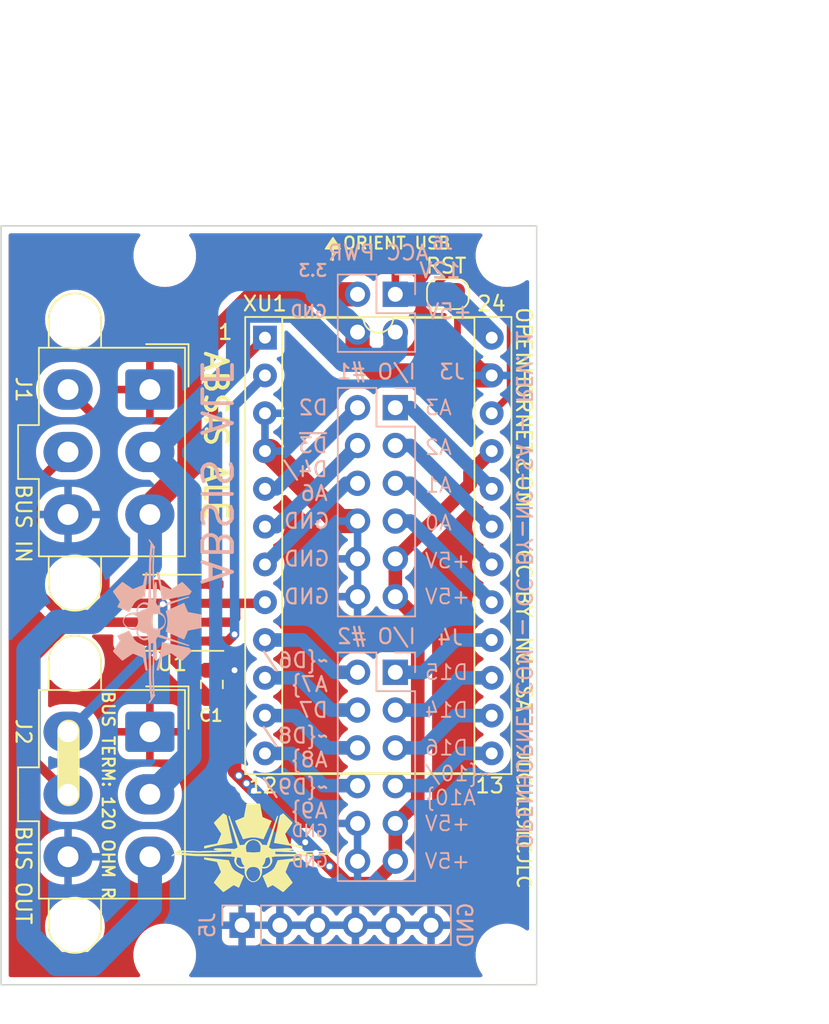
<source format=kicad_pcb>
(kicad_pcb (version 20211014) (generator pcbnew)
  (title_block (title "ABSIS NANO 2.0") (date "jeu. 02 avril 2015") (rev "1") (company "OPENHORNET") (comment 1 "CC BY-NC-SA"))
  (layers (0 "F.Cu" mixed) (31 "B.Cu" mixed) (34 "B.Paste" user) (35 "F.Paste" user) (36 "B.SilkS" user "B.Silkscreen") (37 "F.SilkS" user "F.Silkscreen") (38 "B.Mask" user) (39 "F.Mask" user) (44 "Edge.Cuts" user))
  (net 0 "")
  (net 1 "GND")
  (net 2 "+5V")
  (net 3 "/A3")
  (net 4 "/A2")
  (net 5 "/A1")
  (net 6 "/A0")
  (net 7 "/+12V_SUPPLY")
  (net 8 "/+5V_SUPPLY")
  (net 9 "/+3.3V_SUPPLY")
  (net 10 "/BUS-A")
  (net 11 "/BUS-B")
  (net 12 "/D4_A6")
  (net 13 "/~{SCL_D3}")
  (net 14 "/SDA_D2")
  (net 15 "/~{D9_A9}")
  (net 16 "/~{D10_A10}")
  (net 17 "/D8_A8")
  (net 18 "/D16_MOSI")
  (net 19 "/D7")
  (net 20 "/D14_MISO")
  (net 21 "/~{D6_A7}")
  (net 22 "/D15_SCK")
  (net 23 "/TX0_D1")
  (net 24 "/~{D5}")
  (net 25 "/RX1_D0")
  (net 26 "/RST")
  (footprint "MountingHole:MountingHole_3.2mm_M3_DIN965" (layer "F.Cu") (at 155.81 65.81)
    (fp_text reference "H2" hide)
    (fp_text value "MH")
    (pad "" np_thru_hole circle locked (at 0 0) (size 3.2 3.2) (drill 3.2) (layers *.Cu *.Mask))
  )
  (footprint "MountingHole:MountingHole_3.2mm_M3_DIN965" (layer "F.Cu") (at 132.81 112.81)
    (fp_text reference "H3" hide)
    (fp_text value "MH")
    (pad "" np_thru_hole circle locked (at 0 0) (size 3.2 3.2) (drill 3.2) (layers *.Cu *.Mask))
  )
  (footprint "MountingHole:MountingHole_3.2mm_M3_DIN965" (layer "F.Cu") (at 155.81 112.81)
    (fp_text reference "H4" hide)
    (fp_text value "MH")
    (pad "" np_thru_hole circle locked (at 0 0) (size 3.2 3.2) (drill 3.2) (layers *.Cu *.Mask))
  )
  (footprint "Capacitor_SMD:C_0805_2012Metric" (layer "F.Cu") (at 135.9789 94.6252 90)
    (fp_text reference "C1" (at -2.09 -0.065 180) (layer "F.SilkS") (effects (font (size 0.8 0.8))))
    (fp_text value "0.1uF")
    (pad "1" smd roundrect locked (at -0.95 0 90) (size 1 1.45) (layers "F.Cu" "F.Paste" "F.Mask") (net 2 "+5V"))
    (pad "2" smd roundrect locked (at 0.95 0 90) (size 1 1.45) (layers "F.Cu" "F.Paste" "F.Mask") (net 1 "GND"))
  )
  (footprint "Connector_Molex:Molex_Mini-Fit_Jr_5566-06A2_2x03_P4.20mm_Vertical" (layer "F.Cu") (at 131.81 74.81 -90)
    (fp_text reference "J1" (at 0 8.5 -90 unlocked) (layer "F.SilkS"))
    (fp_text value "BUS IN" (at 9 8.5 -90 unlocked) (layer "F.SilkS"))
    (pad "" np_thru_hole circle locked (at 13.1 5.04 270) (size 3 3) (drill 3) (layers *.Cu *.Mask))
    (pad "" np_thru_hole circle locked (at -4.7 5.04 270) (size 3 3) (drill 3) (layers *.Cu *.Mask))
    (pad "1" thru_hole roundrect locked (at 0 0 270) (size 2.7 3.3) (drill 1.4) (layers *.Cu *.Mask) (roundrect_rratio 0.09259296296) (net 7 "/+12V_SUPPLY"))
    (pad "2" thru_hole oval locked (at 4.2 0 270) (size 2.7 3.3) (drill 1.4) (layers *.Cu *.Mask) (net 8 "/+5V_SUPPLY"))
    (pad "3" thru_hole oval locked (at 8.4 0 270) (size 2.7 3.3) (drill 1.4) (layers *.Cu *.Mask) (net 9 "/+3.3V_SUPPLY"))
    (pad "4" thru_hole oval locked (at 0 5.5 270) (size 2.7 3.3) (drill 1.4) (layers *.Cu *.Mask) (net 10 "/BUS-A"))
    (pad "5" thru_hole oval locked (at 4.2 5.5 270) (size 2.7 3.3) (drill 1.4) (layers *.Cu *.Mask) (net 11 "/BUS-B"))
    (pad "6" thru_hole oval locked (at 8.4 5.5 270) (size 2.7 3.3) (drill 1.4) (layers *.Cu *.Mask) (net 1 "GND"))
  )
  (footprint "Connector_Molex:Molex_Mini-Fit_Jr_5566-06A2_2x03_P4.20mm_Vertical" (layer "F.Cu") (at 131.81 97.81 -90)
    (fp_text reference "J2" (at 0 8.5 -90 unlocked) (layer "F.SilkS"))
    (fp_text value "BUS OUT" (at 9.632 8.5 -90 unlocked) (layer "F.SilkS"))
    (pad "" np_thru_hole circle locked (at -4.7 5.04 270) (size 3 3) (drill 3) (layers *.Cu *.Mask))
    (pad "" np_thru_hole circle locked (at 13.1 5.04 270) (size 3 3) (drill 3) (layers *.Cu *.Mask))
    (pad "1" thru_hole roundrect locked (at 0 0 270) (size 2.7 3.3) (drill 1.4) (layers *.Cu *.Mask) (roundrect_rratio 0.09259296296) (net 7 "/+12V_SUPPLY"))
    (pad "2" thru_hole oval locked (at 4.2 0 270) (size 2.7 3.3) (drill 1.4) (layers *.Cu *.Mask) (net 8 "/+5V_SUPPLY"))
    (pad "3" thru_hole oval locked (at 8.4 0 270) (size 2.7 3.3) (drill 1.4) (layers *.Cu *.Mask) (net 9 "/+3.3V_SUPPLY"))
    (pad "4" thru_hole oval locked (at 0 5.5 270) (size 2.7 3.3) (drill 1.4) (layers *.Cu *.Mask) (net 10 "/BUS-A"))
    (pad "5" thru_hole oval locked (at 4.2 5.5 270) (size 2.7 3.3) (drill 1.4) (layers *.Cu *.Mask) (net 11 "/BUS-B"))
    (pad "6" thru_hole oval locked (at 8.4 5.5 270) (size 2.7 3.3) (drill 1.4) (layers *.Cu *.Mask) (net 1 "GND"))
  )
  (footprint "Package_SO:SOIC-8_3.9x4.9mm_P1.27mm" (layer "F.Cu") (at 133.31 89.81 180)
    (fp_text reference "U1" (at 0 -3.4) (layer "F.SilkS"))
    (fp_text value "MAX487EESA+T")
    (pad "1" smd roundrect locked (at -2.475 -1.905 180) (size 1.95 0.6) (layers "F.Cu" "F.Paste" "F.Mask") (net 25 "/RX1_D0"))
    (pad "2" smd roundrect locked (at -2.475 -0.635 180) (size 1.95 0.6) (layers "F.Cu" "F.Paste" "F.Mask") (net 24 "/~{D5}"))
    (pad "3" smd roundrect locked (at -2.475 0.635 180) (size 1.95 0.6) (layers "F.Cu" "F.Paste" "F.Mask") (net 24 "/~{D5}"))
    (pad "4" smd roundrect locked (at -2.475 1.905 180) (size 1.95 0.6) (layers "F.Cu" "F.Paste" "F.Mask") (net 23 "/TX0_D1"))
    (pad "5" smd roundrect locked (at 2.475 1.905 180) (size 1.95 0.6) (layers "F.Cu" "F.Paste" "F.Mask") (net 1 "GND"))
    (pad "6" smd roundrect locked (at 2.475 0.635 180) (size 1.95 0.6) (layers "F.Cu" "F.Paste" "F.Mask") (net 10 "/BUS-A"))
    (pad "7" smd roundrect locked (at 2.475 -0.635 180) (size 1.95 0.6) (layers "F.Cu" "F.Paste" "F.Mask") (net 11 "/BUS-B"))
    (pad "8" smd roundrect locked (at 2.475 -1.905 180) (size 1.95 0.6) (layers "F.Cu" "F.Paste" "F.Mask") (net 2 "+5V"))
  )
  (footprint "MountingHole:MountingHole_3.2mm_M3_DIN965" (layer "F.Cu") (at 132.81 65.81)
    (fp_text reference "H1" hide)
    (fp_text value "MH")
    (pad "" np_thru_hole circle locked (at 0 0) (size 3.2 3.2) (drill 3.2) (layers *.Cu *.Mask))
  )
  (footprint "Package_DIP:DIP-24_W15.24mm_Socket" (layer "F.Cu") (at 139.5476 71.3232)
    (fp_text reference "XU1" (at -0.0127 -2.286) (layer "F.SilkS"))
    (fp_text value "ProMicro_5V/16Hz")
    (pad "1" thru_hole rect locked (at 0 0) (size 1.6 1.6) (drill 0.8) (layers *.Cu *.Mask) (net 23 "/TX0_D1"))
    (pad "2" thru_hole oval locked (at 0 2.54) (size 1.6 1.6) (drill 0.8) (layers *.Cu *.Mask) (net 25 "/RX1_D0"))
    (pad "3" thru_hole oval locked (at 0 5.08) (size 1.6 1.6) (drill 0.8) (layers *.Cu *.Mask) (net 1 "GND"))
    (pad "4" thru_hole oval locked (at 0 7.62) (size 1.6 1.6) (drill 0.8) (layers *.Cu *.Mask) (net 1 "GND"))
    (pad "5" thru_hole oval locked (at 0 10.16) (size 1.6 1.6) (drill 0.8) (layers *.Cu *.Mask) (net 14 "/SDA_D2"))
    (pad "6" thru_hole oval locked (at 0 12.7) (size 1.6 1.6) (drill 0.8) (layers *.Cu *.Mask) (net 13 "/~{SCL_D3}"))
    (pad "7" thru_hole oval locked (at 0 15.24) (size 1.6 1.6) (drill 0.8) (layers *.Cu *.Mask) (net 12 "/D4_A6"))
    (pad "8" thru_hole oval locked (at 0 17.78) (size 1.6 1.6) (drill 0.8) (layers *.Cu *.Mask) (net 24 "/~{D5}"))
    (pad "9" thru_hole oval locked (at 0 20.32) (size 1.6 1.6) (drill 0.8) (layers *.Cu *.Mask) (net 21 "/~{D6_A7}"))
    (pad "10" thru_hole oval locked (at 0 22.86) (size 1.6 1.6) (drill 0.8) (layers *.Cu *.Mask) (net 19 "/D7"))
    (pad "11" thru_hole oval locked (at 0 25.4) (size 1.6 1.6) (drill 0.8) (layers *.Cu *.Mask) (net 17 "/D8_A8"))
    (pad "12" thru_hole oval locked (at 0 27.94) (size 1.6 1.6) (drill 0.8) (layers *.Cu *.Mask) (net 15 "/~{D9_A9}"))
    (pad "13" thru_hole oval locked (at 15.24 27.94) (size 1.6 1.6) (drill 0.8) (layers *.Cu *.Mask) (net 16 "/~{D10_A10}"))
    (pad "14" thru_hole oval locked (at 15.24 25.4) (size 1.6 1.6) (drill 0.8) (layers *.Cu *.Mask) (net 18 "/D16_MOSI"))
    (pad "15" thru_hole oval locked (at 15.24 22.86) (size 1.6 1.6) (drill 0.8) (layers *.Cu *.Mask) (net 20 "/D14_MISO"))
    (pad "16" thru_hole oval locked (at 15.24 20.32) (size 1.6 1.6) (drill 0.8) (layers *.Cu *.Mask) (net 22 "/D15_SCK"))
    (pad "17" thru_hole oval locked (at 15.24 17.78) (size 1.6 1.6) (drill 0.8) (layers *.Cu *.Mask) (net 6 "/A0"))
    (pad "18" thru_hole oval locked (at 15.24 15.24) (size 1.6 1.6) (drill 0.8) (layers *.Cu *.Mask) (net 5 "/A1"))
    (pad "19" thru_hole oval locked (at 15.24 12.7) (size 1.6 1.6) (drill 0.8) (layers *.Cu *.Mask) (net 4 "/A2"))
    (pad "20" thru_hole oval locked (at 15.24 10.16) (size 1.6 1.6) (drill 0.8) (layers *.Cu *.Mask) (net 3 "/A3"))
    (pad "21" thru_hole oval locked (at 15.24 7.62) (size 1.6 1.6) (drill 0.8) (layers *.Cu *.Mask) (net 2 "+5V"))
    (pad "22" thru_hole oval locked (at 15.24 5.08) (size 1.6 1.6) (drill 0.8) (layers *.Cu *.Mask) (net 26 "/RST"))
    (pad "23" thru_hole oval locked (at 15.24 2.54) (size 1.6 1.6) (drill 0.8) (layers *.Cu *.Mask) (net 1 "GND"))
    (pad "24" thru_hole oval locked (at 15.24 0) (size 1.6 1.6) (drill 0.8) (layers *.Cu *.Mask) (net 7 "/+12V_SUPPLY"))
  )
  (footprint "KiCAD Libraries:OH_LOGO_ONLY_11x6mm" (layer "F.Cu") (at 138.7729 105.7402)
    (fp_text reference "LOGO2" hide)
    (fp_text value "OpenHornetLogoSmall" hide)
  )
  (footprint "Jumper:SolderJumper-2_P1.3mm_Open_RoundedPad1.0x1.5mm" (layer "F.Cu") (at 151.8389 68.4022 180)
    (fp_text reference "RST1" hide)
    (fp_text value "RST" (at 0.112 1.905) (layer "F.SilkS"))
    (pad "1" smd custom locked (at -0.65 0 180) (size 1 0.5) (layers "F.Cu" "F.Mask") (net 1 "GND") (options (clearance outline) (anchor rect)) (primitives (gr_circle (center 0 0.25) (end 0.5 0.25) (width 0) (fill yes)) (gr_circle (center 0 -0.25) (end 0.5 -0.25) (width 0) (fill yes)) (gr_poly (pts (xy 0 -0.75) (xy 0.5 -0.75) (xy 0.5 0.75) (xy 0 0.75)) (width 0) (fill yes))))
    (pad "2" smd custom locked (at 0.65 0 180) (size 1 0.5) (layers "F.Cu" "F.Mask") (net 26 "/RST") (options (clearance outline) (anchor rect)) (primitives (gr_circle (center 0 0.25) (end 0.5 0.25) (width 0) (fill yes)) (gr_circle (center 0 -0.25) (end 0.5 -0.25) (width 0) (fill yes)) (gr_poly (pts (xy 0 -0.75) (xy -0.5 -0.75) (xy -0.5 0.75) (xy 0 0.75)) (width 0) (fill yes))))
  )
  (footprint "Connector_PinHeader_2.54mm:PinHeader_2x06_P2.54mm_Vertical" (layer "B.Cu") (at 148.31 76.03 180)
    (fp_text reference "J3" (at -3.81 2.413 180) (layer "B.SilkS") (effects (justify mirror)))
    (fp_text value "I/O #1" (at 1.27 2.413) (layer "B.SilkS") (effects (justify mirror)))
    (pad "1" thru_hole rect locked (at 0 0 180) (size 1.7 1.7) (drill 1) (layers *.Cu *.Mask) (net 3 "/A3"))
    (pad "2" thru_hole oval locked (at 2.54 0 180) (size 1.7 1.7) (drill 1) (layers *.Cu *.Mask) (net 14 "/SDA_D2"))
    (pad "3" thru_hole oval locked (at 0 -2.54 180) (size 1.7 1.7) (drill 1) (layers *.Cu *.Mask) (net 4 "/A2"))
    (pad "4" thru_hole oval locked (at 2.54 -2.54 180) (size 1.7 1.7) (drill 1) (layers *.Cu *.Mask) (net 13 "/~{SCL_D3}"))
    (pad "5" thru_hole oval locked (at 0 -5.08 180) (size 1.7 1.7) (drill 1) (layers *.Cu *.Mask) (net 5 "/A1"))
    (pad "6" thru_hole oval locked (at 2.54 -5.08 180) (size 1.7 1.7) (drill 1) (layers *.Cu *.Mask) (net 12 "/D4_A6"))
    (pad "7" thru_hole oval locked (at 0 -7.62 180) (size 1.7 1.7) (drill 1) (layers *.Cu *.Mask) (net 6 "/A0"))
    (pad "8" thru_hole oval locked (at 2.54 -7.62 180) (size 1.7 1.7) (drill 1) (layers *.Cu *.Mask) (net 1 "GND"))
    (pad "9" thru_hole oval locked (at 0 -10.16 180) (size 1.7 1.7) (drill 1) (layers *.Cu *.Mask) (net 2 "+5V"))
    (pad "10" thru_hole oval locked (at 2.54 -10.16 180) (size 1.7 1.7) (drill 1) (layers *.Cu *.Mask) (net 1 "GND"))
    (pad "11" thru_hole oval locked (at 0 -12.7 180) (size 1.7 1.7) (drill 1) (layers *.Cu *.Mask) (net 2 "+5V"))
    (pad "12" thru_hole oval locked (at 2.54 -12.7 180) (size 1.7 1.7) (drill 1) (layers *.Cu *.Mask) (net 1 "GND"))
  )
  (footprint "Connector_PinHeader_2.54mm:PinHeader_1x06_P2.54mm_Vertical" (layer "B.Cu") (at 138.01 110.81 -90)
    (fp_text reference "J5" (at 0 2.33 90) (layer "B.SilkS") (effects (justify mirror)))
    (fp_text value "GND" (at 0 -15.03 90) (layer "B.SilkS") (effects (justify mirror)))
    (pad "1" thru_hole rect locked (at 0 0 270) (size 1.7 1.7) (drill 1) (layers *.Cu *.Mask) (net 1 "GND"))
    (pad "2" thru_hole oval locked (at 0 -2.54 270) (size 1.7 1.7) (drill 1) (layers *.Cu *.Mask) (net 1 "GND"))
    (pad "3" thru_hole oval locked (at 0 -5.08 270) (size 1.7 1.7) (drill 1) (layers *.Cu *.Mask) (net 1 "GND"))
    (pad "4" thru_hole oval locked (at 0 -7.62 270) (size 1.7 1.7) (drill 1) (layers *.Cu *.Mask) (net 1 "GND"))
    (pad "5" thru_hole oval locked (at 0 -10.16 270) (size 1.7 1.7) (drill 1) (layers *.Cu *.Mask) (net 1 "GND"))
    (pad "6" thru_hole oval locked (at 0 -12.7 270) (size 1.7 1.7) (drill 1) (layers *.Cu *.Mask) (net 1 "GND"))
  )
  (footprint "Connector_PinHeader_2.54mm:PinHeader_2x02_P2.54mm_Vertical" (layer "B.Cu") (at 148.31 68.41 180)
    (fp_text reference "J6" (at -3.175 3.429) (layer "B.SilkS") (effects (font (size 0.8 0.8)) (justify mirror)))
    (fp_text value "ACC PWR" (at 1.143 2.794) (layer "B.SilkS") (effects (justify mirror)))
    (pad "1" thru_hole rect locked (at 0 0 180) (size 1.7 1.7) (drill 1) (layers *.Cu *.Mask) (net 7 "/+12V_SUPPLY"))
    (pad "2" thru_hole oval locked (at 2.54 0 180) (size 1.7 1.7) (drill 1) (layers *.Cu *.Mask) (net 9 "/+3.3V_SUPPLY"))
    (pad "3" thru_hole oval locked (at 0 -2.54 180) (size 1.7 1.7) (drill 1) (layers *.Cu *.Mask) (net 8 "/+5V_SUPPLY"))
    (pad "4" thru_hole oval locked (at 2.54 -2.54 180) (size 1.7 1.7) (drill 1) (layers *.Cu *.Mask) (net 1 "GND"))
  )
  (footprint "KiCAD Libraries:OH_LOGO_ONLY_11x6mm" (layer "B.Cu") (at 132.1689 90.3732 90)
    (fp_text reference "LOGO1" hide)
    (fp_text value "OpenHornetLogoSmall" hide)
  )
  (footprint "Connector_PinHeader_2.54mm:PinHeader_2x06_P2.54mm_Vertical" (layer "B.Cu") (at 148.31 93.81 180)
    (fp_text reference "J4" (at -3.683 2.33) (layer "B.SilkS") (effects (justify mirror)))
    (fp_text value "I/O #2" (at 1.27 2.413) (layer "B.SilkS") (effects (justify mirror)))
    (pad "1" thru_hole rect locked (at 0 0 180) (size 1.7 1.7) (drill 1) (layers *.Cu *.Mask) (net 22 "/D15_SCK"))
    (pad "2" thru_hole oval locked (at 2.54 0 180) (size 1.7 1.7) (drill 1) (layers *.Cu *.Mask) (net 21 "/~{D6_A7}"))
    (pad "3" thru_hole oval locked (at 0 -2.54 180) (size 1.7 1.7) (drill 1) (layers *.Cu *.Mask) (net 20 "/D14_MISO"))
    (pad "4" thru_hole oval locked (at 2.54 -2.54 180) (size 1.7 1.7) (drill 1) (layers *.Cu *.Mask) (net 19 "/D7"))
    (pad "5" thru_hole oval locked (at 0 -5.08 180) (size 1.7 1.7) (drill 1) (layers *.Cu *.Mask) (net 18 "/D16_MOSI"))
    (pad "6" thru_hole oval locked (at 2.54 -5.08 180) (size 1.7 1.7) (drill 1) (layers *.Cu *.Mask) (net 17 "/D8_A8"))
    (pad "7" thru_hole oval locked (at 0 -7.62 180) (size 1.7 1.7) (drill 1) (layers *.Cu *.Mask) (net 16 "/~{D10_A10}"))
    (pad "8" thru_hole oval locked (at 2.54 -7.62 180) (size 1.7 1.7) (drill 1) (layers *.Cu *.Mask) (net 15 "/~{D9_A9}"))
    (pad "9" thru_hole oval locked (at 0 -10.16 180) (size 1.7 1.7) (drill 1) (layers *.Cu *.Mask) (net 2 "+5V"))
    (pad "10" thru_hole oval locked (at 2.54 -10.16 180) (size 1.7 1.7) (drill 1) (layers *.Cu *.Mask) (net 1 "GND"))
    (pad "11" thru_hole oval locked (at 0 -12.7 180) (size 1.7 1.7) (drill 1) (layers *.Cu *.Mask) (net 2 "+5V"))
    (pad "12" thru_hole oval locked (at 2.54 -12.7 180) (size 1.7 1.7) (drill 1) (layers *.Cu *.Mask) (net 1 "GND"))
  )
  (gr_poly (pts (xy 144.1149 64.6042) (xy 144.6149 65.3542) (xy 143.6149 65.3542)) (layer "F.SilkS") (width 0.1) (fill solid))
  (gr_line (start 144.1069 66.1002) (end 144.1069 65.1002) (layer "F.SilkS") (width 0.15))
  (gr_line (start 126.339 97.747) (end 126.339 102.065) (layer "F.SilkS") (width 1.5))
  (gr_line (start 157.81 114.81) (end 157.81 63.81) (layer "Edge.Cuts") (width 0.1))
  (gr_line (start 121.81 63.81) (end 121.81 114.81) (layer "Edge.Cuts") (width 0.1))
  (gr_line (start 121.81 114.81) (end 157.81 114.81) (layer "Edge.Cuts") (width 0.1))
  (gr_line (start 157.81 63.81) (end 121.81 63.81) (layer "Edge.Cuts") (width 0.1))
  (gr_text "A3" (at 150.215 76.0222) (layer "B.SilkS") (effects (font (size 1 1) (thickness 0.125)) (justify right mirror)))
  (gr_text "A2" (at 150.215 78.6892) (layer "B.SilkS") (effects (font (size 1 1) (thickness 0.125)) (justify right mirror)))
  (gr_text "A1" (at 150.215 81.2292) (layer "B.SilkS") (effects (font (size 1 1) (thickness 0.125)) (justify right mirror)))
  (gr_text "A0" (at 150.215 83.7692) (layer "B.SilkS") (effects (font (size 1 1) (thickness 0.125)) (justify right mirror)))
  (gr_text "D2" (at 143.865 76.0222) (layer "B.SilkS") (effects (font (size 1 1)) (justify left mirror)))
  (gr_text "~{D3}" (at 143.8529 78.5622) (layer "B.SilkS") (effects (font (size 1 1)) (justify left mirror)))
  (gr_text "D4/\nA6" (at 143.8529 80.9752) (layer "B.SilkS") (effects (font (size 1 1)) (justify left mirror)))
  (gr_text "GND" (at 143.9799 83.6422) (layer "B.SilkS") (effects (font (size 1 1)) (justify left mirror)))
  (gr_text "GND" (at 143.81 69.56) (layer "B.SilkS") (effects (font (size 0.8 0.8)) (justify left mirror)))
  (gr_text "3.3" (at 143.81 66.81) (layer "B.SilkS") (effects (font (size 0.8 0.8)) (justify left mirror)))
  (gr_text "ABSIS ALE" (at 136.245 80.348 -90) (layer "B.SilkS") (effects (font (size 2 2) (thickness 0.25)) (justify mirror)))
  (gr_text "+5V" (at 150.31 69.56) (layer "B.SilkS") (effects (font (size 1 1)) (justify right mirror)))
  (gr_text "D16" (at 150.215 98.89) (layer "B.SilkS") (effects (font (size 1 1) (thickness 0.125)) (justify right mirror)))
  (gr_text "D14" (at 150.215 96.35) (layer "B.SilkS") (effects (font (size 1 1) (thickness 0.125)) (justify right mirror)))
  (gr_text "~{10/\nA10}" (at 150.215 101.43) (layer "B.SilkS") (effects (font (size 1 1) (thickness 0.125)) (justify right mirror)))
  (gr_text "D15" (at 150.215 93.81) (layer "B.SilkS") (effects (font (size 1 1) (thickness 0.125)) (justify right mirror)))
  (gr_text "GND" (at 143.865 106.51) (layer "B.SilkS") (effects (font (size 0.8 0.8) (thickness 0.125)) (justify left mirror)))
  (gr_text "~{D8/\nA8}" (at 143.8529 98.8822) (layer "B.SilkS") (effects (font (size 1 1)) (justify left mirror)))
  (gr_text "~{D6/\nA7}" (at 143.865 93.81) (layer "B.SilkS") (effects (font (size 1 1)) (justify left mirror)))
  (gr_text "D7" (at 143.865 96.35) (layer "B.SilkS") (effects (font (size 1 1)) (justify left mirror)))
  (gr_text "~{D9/\nA9}" (at 143.8529 102.3112) (layer "B.SilkS") (effects (font (size 1 1)) (justify left mirror)))
  (gr_text "+5V" (at 150.215 103.97) (layer "B.SilkS") (effects (font (size 1 1) (thickness 0.125)) (justify right mirror)))
  (gr_text "GND" (at 143.9799 86.1822) (layer "B.SilkS") (effects (font (size 1 1)) (justify left mirror)))
  (gr_text "GND" (at 143.9799 88.7222) (layer "B.SilkS") (effects (font (size 1 1)) (justify left mirror)))
  (gr_text "+5V" (at 150.215 88.7222) (layer "B.SilkS") (effects (font (size 1 1) (thickness 0.125)) (justify right mirror)))
  (gr_text "+5V" (at 150.2029 106.5022) (layer "B.SilkS") (effects (font (size 1 1) (thickness 0.125)) (justify right mirror)))
  (gr_text "GND" (at 143.8529 104.4702) (layer "B.SilkS") (effects (font (size 0.8 0.8) (thickness 0.125)) (justify left mirror)))
  (gr_text "+5V" (at 150.215 86.3092) (layer "B.SilkS") (effects (font (size 1 1) (thickness 0.125)) (justify right mirror)))
  (gr_text "12V" (at 151.31 66.81) (layer "B.SilkS") (effects (font (size 1 1)) (justify mirror)))
  (gr_text "OPENHORNET.COM - CC BY-NC-SA - REV: 1" (at 156.946 88.222 -90) (layer "B.SilkS") (effects (font (size 1 1)) (justify mirror)))
  (gr_text "OPENHORNET.COM - CC BY-NC-SA" (at 156.946 82.888 270) (layer "F.SilkS") (effects (font (size 1 1))))
  (gr_text "12" (at 139.42 101.43) (layer "F.SilkS") (effects (font (size 1 1))))
  (gr_text "13" (at 154.66 101.43) (layer "F.SilkS") (effects (font (size 1 1))))
  (gr_text "BUS TERM: 120 OHM R" (at 129.006 102.065 -90) (layer "F.SilkS") (effects (font (size 0.8 0.8))))
  (gr_text "24" (at 154.7749 69.0372) (layer "F.SilkS") (effects (font (size 1 1))))
  (gr_text "ORIENT USB" (at 152.1079 64.9732) (layer "F.SilkS") (effects (font (size 0.8 0.8)) (justify right)))
  (gr_text "JLCJLCJLCJLC" (at 156.946 103.716 270) (layer "F.SilkS") (effects (font (size 0.9 0.9))))
  (gr_text "1" (at 136.88 70.95) (layer "F.SilkS") (effects (font (size 1 1))))
  (gr_text "ABSIS ALE" (at 136.245 77.935 -90) (layer "F.SilkS") (effects (font (size 1.5 1.5) (thickness 0.25))))
  (segment (start 132.532582 87.905) (end 130.835 87.905) (width 0.635) (layer "F.Cu") (net 1))
  (segment (start 147.481119 73.8632) (end 154.7876 73.8632) (width 1.6256) (layer "F.Cu") (net 1))
  (segment (start 137.72831 110.52831) (end 138.01 110.81) (width 0.9144) (layer "F.Cu") (net 1))
  (segment (start 133.511909 91.927327) (end 133.511909 88.884327) (width 0.635) (layer "F.Cu") (net 1))
  (segment (start 135.9789 93.6752) (end 137.5029 93.6752) (width 0.4572) (layer "F.Cu") (net 1))
  (segment (start 145.77 83.65) (end 144.567919 83.65) (width 1.6256) (layer "F.Cu") (net 1))
  (segment (start 135.259782 93.6752) (end 133.511909 91.927327) (width 0.635) (layer "F.Cu") (net 1))
  (segment (start 145.77 72.152081) (end 147.481119 73.8632) (width 1.6256) (layer "F.Cu") (net 1))
  (segment (start 135.9789 93.6752) (end 135.259782 93.6752) (width 0.635) (layer "F.Cu") (net 1))
  (segment (start 152.4889 71.5645) (end 154.7876 73.8632) (width 0.4572) (layer "F.Cu") (net 1))
  (segment (start 145.77 70.95) (end 145.77 72.152081) (width 1.6256) (layer "F.Cu") (net 1))
  (segment (start 144.567919 83.65) (end 139.861119 78.9432) (width 1.6256) (layer "F.Cu") (net 1))
  (segment (start 139.861119 78.9432) (end 139.5476 78.9432) (width 1.6256) (layer "F.Cu") (net 1))
  (segment (start 133.511909 88.884327) (end 132.532582 87.905) (width 0.635) (layer "F.Cu") (net 1))
  (segment (start 152.4889 68.4022) (end 152.4889 71.5645) (width 0.4572) (layer "F.Cu") (net 1))
  (via (at 137.5029 93.6752) (size 0.6) (drill 0.4) (layers "F.Cu" "B.Cu") (net 1))
  (segment (start 144.920001 70.100001) (end 144.814101 70.100001) (width 1.6256) (layer "B.Cu") (net 1))
  (segment (start 145.77 70.95) (end 144.920001 70.100001) (width 1.6256) (layer "B.Cu") (net 1))
  (segment (start 144.814101 70.100001) (end 143.0655 68.3514) (width 1.6256) (layer "B.Cu") (net 1))
  (segment (start 143.0655 68.3514) (end 143.0655 67.3354) (width 1.6256) (layer "B.Cu") (net 1))
  (segment (start 138.802721 101.773379) (end 138.307421 101.278079) (width 0.9144) (layer "F.Cu") (net 2))
  (segment (start 138.307421 101.278079) (end 137.786721 100.757379) (width 0.9144) (layer "F.Cu") (net 2))
  (segment (start 137.786721 100.757379) (end 137.5029 100.473558) (width 0.9144) (layer "F.Cu") (net 2))
  (segment (start 137.4979 95.5752) (end 137.5029 95.5802) (width 0.4572) (layer "F.Cu") (net 2))
  (segment (start 148.31 106.51) (end 148.31 103.97) (width 0.9144) (layer "F.Cu") (net 2))
  (segment (start 145.046543 108.017201) (end 143.882721 106.853379) (width 0.9144) (layer "F.Cu") (net 2))
  (segment (start 148.31 106.51) (end 146.802799 108.017201) (width 0.9144) (layer "F.Cu") (net 2))
  (segment (start 142.6591 105.629758) (end 142.261542 105.2322) (width 0.9144) (layer "F.Cu") (net 2))
  (segment (start 143.882721 106.853379) (end 142.6591 105.629758) (width 0.9144) (layer "F.Cu") (net 2))
  (segment (start 149.817201 102.462799) (end 149.817201 90.237201) (width 0.9144) (layer "F.Cu") (net 2))
  (segment (start 135.9839 95.5802) (end 135.9789 95.5752) (width 0.9144) (layer "F.Cu") (net 2))
  (segment (start 154.7876 78.9432) (end 153.330399 80.400401) (width 0.9144) (layer "F.Cu") (net 2))
  (segment (start 149.817201 90.237201) (end 148.31 88.73) (width 0.9144) (layer "F.Cu") (net 2))
  (segment (start 148.31 86.19) (end 148.31 88.73) (width 0.9144) (layer "F.Cu") (net 2))
  (segment (start 130.835 91.715) (end 132.1187 91.715) (width 0.635) (layer "F.Cu") (net 2))
  (segment (start 153.330399 80.400401) (end 153.330399 81.169601) (width 0.9144) (layer "F.Cu") (net 2))
  (segment (start 132.1187 91.715) (end 135.9789 95.5752) (width 0.635) (layer "F.Cu") (net 2))
  (segment (start 148.31 103.97) (end 149.817201 102.462799) (width 0.9144) (layer "F.Cu") (net 2))
  (segment (start 146.802799 108.017201) (end 145.046543 108.017201) (width 0.9144) (layer "F.Cu") (net 2))
  (segment (start 153.330399 81.169601) (end 148.31 86.19) (width 0.9144) (layer "F.Cu") (net 2))
  (segment (start 137.5029 95.5802) (end 135.9839 95.5802) (width 0.9144) (layer "F.Cu") (net 2))
  (segment (start 137.5029 100.473558) (end 137.5029 95.5802) (width 0.9144) (layer "F.Cu") (net 2))
  (segment (start 142.968321 105.938979) (end 142.6591 105.629758) (width 0.9144) (layer "F.Cu") (net 2))
  (segment (start 142.261542 105.2322) (end 142.2527 105.2322) (width 0.9144) (layer "F.Cu") (net 2))
  (via (at 138.307421 101.278079) (size 0.6) (drill 0.4) (layers "F.Cu" "B.Cu") (net 2))
  (via (at 143.882721 106.853379) (size 0.6) (drill 0.4) (layers "F.Cu" "B.Cu") (net 2))
  (via (at 137.786721 100.757379) (size 0.6) (drill 0.4) (layers "F.Cu" "B.Cu") (net 2))
  (via (at 142.968321 105.938979) (size 0.6) (drill 0.4) (layers "F.Cu" "B.Cu") (net 2))
  (via (at 138.802721 101.773379) (size 0.6) (drill 0.4) (layers "F.Cu" "B.Cu") (net 2))
  (via (at 142.2527 105.2322) (size 0.6) (drill 0.4) (layers "F.Cu" "B.Cu") (net 2))
  (segment (start 142.968321 105.938979) (end 138.802721 101.773379) (width 0.9144) (layer "B.Cu") (net 2))
  (segment (start 148.31 76.03) (end 149.3344 76.03) (width 0.9144) (layer "B.Cu") (net 3))
  (segment (start 149.3344 76.03) (end 154.7876 81.4832) (width 0.9144) (layer "B.Cu") (net 3))
  (segment (start 149.3344 78.57) (end 154.7876 84.0232) (width 0.9144) (layer "B.Cu") (net 4))
  (segment (start 148.31 78.57) (end 149.3344 78.57) (width 0.9144) (layer "B.Cu") (net 4))
  (segment (start 148.31 81.11) (end 149.3344 81.11) (width 0.9144) (layer "B.Cu") (net 5))
  (segment (start 149.3344 81.11) (end 154.7876 86.5632) (width 0.9144) (layer "B.Cu") (net 5))
  (segment (start 149.3344 83.65) (end 154.7876 89.1032) (width 0.9144) (layer "B.Cu") (net 6))
  (segment (start 148.31 83.65) (end 149.3344 83.65) (width 0.9144) (layer "B.Cu") (net 6))
  (segment (start 148.31 68.41) (end 151.8744 68.41) (width 1.6256) (layer "B.Cu") (net 7))
  (segment (start 151.8744 68.41) (end 154.7876 71.3232) (width 1.6256) (layer "B.Cu") (net 7))
  (segment (start 141.573453 69.510399) (end 144.875855 72.812801) (width 1.6256) (layer "B.Cu") (net 8))
  (segment (start 131.81 79.01) (end 131.895882 79.01) (width 1.6256) (layer "B.Cu") (net 8))
  (segment (start 148.31 72.152081) (end 148.31 70.95) (width 1.6256) (layer "B.Cu") (net 8))
  (segment (start 131.895882 102.01) (end 134.47281 99.433072) (width 1.6256) (layer "B.Cu") (net 8))
  (segment (start 144.875855 72.812801) (end 147.64928 72.812801) (width 1.6256) (layer "B.Cu") (net 8))
  (segment (start 137.734799 69.712959) (end 137.937359 69.510399) (width 1.6256) (layer "B.Cu") (net 8))
  (segment (start 147.64928 72.812801) (end 148.31 72.152081) (width 1.6256) (layer "B.Cu") (net 8))
  (segment (start 131.81 102.01) (end 131.895882 102.01) (width 1.6256) (layer "B.Cu") (net 8))
  (segment (start 137.734799 73.171083) (end 137.734799 69.712959) (width 1.6256) (layer "B.Cu") (net 8))
  (segment (start 131.895882 79.01) (end 137.734799 73.171083) (width 1.6256) (layer "B.Cu") (net 8))
  (segment (start 134.47281 99.433072) (end 134.47281 81.67281) (width 1.6256) (layer "B.Cu") (net 8))
  (segment (start 137.937359 69.510399) (end 141.573453 69.510399) (width 1.6256) (layer "B.Cu") (net 8))
  (segment (start 134.47281 81.67281) (end 131.81 79.01) (width 1.6256) (layer "B.Cu") (net 8))
  (segment (start 131.81 83.21) (end 131.81 82.651517) (width 1.6256) (layer "F.Cu") (net 9))
  (segment (start 131.81 82.651517) (end 134.47281 79.988707) (width 1.6256) (layer "F.Cu") (net 9))
  (segment (start 134.47281 72.974948) (end 139.037758 68.41) (width 1.6256) (layer "F.Cu") (net 9))
  (segment (start 139.037758 68.41) (end 145.77 68.41) (width 1.6256) (layer "F.Cu") (net 9))
  (segment (start 134.47281 79.988707) (end 134.47281 72.974948) (width 1.6256) (layer "F.Cu") (net 9))
  (segment (start 125.563855 90.422801) (end 127.976145 90.422801) (width 1.6256) (layer "B.Cu") (net 9))
  (segment (start 131.81 86.588946) (end 131.81 83.21) (width 1.6256) (layer "B.Cu") (net 9))
  (segment (start 125.563855 113.422801) (end 123.64719 111.506136) (width 1.6256) (layer "B.Cu") (net 9))
  (segment (start 127.976145 90.422801) (end 131.81 86.588946) (width 1.6256) (layer "B.Cu") (net 9))
  (segment (start 131.81 109.588946) (end 127.976145 113.422801) (width 1.6256) (layer "B.Cu") (net 9))
  (segment (start 123.64719 92.339466) (end 125.563855 90.422801) (width 1.6256) (layer "B.Cu") (net 9))
  (segment (start 131.81 106.21) (end 131.81 109.588946) (width 1.6256) (layer "B.Cu") (net 9))
  (segment (start 127.976145 113.422801) (end 125.563855 113.422801) (width 1.6256) (layer "B.Cu") (net 9))
  (segment (start 123.64719 111.506136) (end 123.64719 92.339466) (width 1.6256) (layer "B.Cu") (net 9))
  (segment (start 129.0841 89.175) (end 128.787501 88.878401) (width 0.635) (layer "F.Cu") (net 10))
  (segment (start 128.787501 77.287501) (end 126.31 74.81) (width 0.635) (layer "F.Cu") (net 10))
  (segment (start 130.835 89.175) (end 129.0841 89.175) (width 0.635) (layer "F.Cu") (net 10))
  (segment (start 132.6217 89.175) (end 132.6769 89.2302) (width 0.635) (layer "F.Cu") (net 10))
  (segment (start 128.787501 88.878401) (end 128.787501 77.287501) (width 0.635) (layer "F.Cu") (net 10))
  (segment (start 130.835 89.175) (end 132.6217 89.175) (width 0.635) (layer "F.Cu") (net 10))
  (via (at 132.6769 89.2302) (size 0.6) (drill 0.4) (layers "F.Cu" "B.Cu") (net 10))
  (segment (start 132.6769 91.4431) (end 126.31 97.81) (width 0.635) (layer "B.Cu") (net 10))
  (segment (start 132.6769 89.2302) (end 132.6769 91.4431) (width 0.635) (layer "B.Cu") (net 10))
  (segment (start 130.835 90.445) (end 126.319098 90.445) (width 0.635) (layer "F.Cu") (net 11))
  (segment (start 124.14249 92.751608) (end 124.14249 99.84249) (width 0.635) (layer "F.Cu") (net 11))
  (segment (start 124.0409 88.166802) (end 124.0409 81.2791) (width 0.635) (layer "F.Cu") (net 11))
  (segment (start 130.835 90.445) (end 126.449098 90.445) (width 0.635) (layer "F.Cu") (net 11))
  (segment (start 124.14249 99.84249) (end 126.31 102.01) (width 0.635) (layer "F.Cu") (net 11))
  (segment (start 126.449098 90.445) (end 124.14249 92.751608) (width 0.635) (layer "F.Cu") (net 11))
  (segment (start 126.319098 90.445) (end 124.0409 88.166802) (width 0.635) (layer "F.Cu") (net 11))
  (segment (start 124.0409 81.2791) (end 126.31 79.01) (width 0.635) (layer "F.Cu") (net 11))
  (segment (start 145.0008 81.11) (end 145.77 81.11) (width 0.9144) (layer "B.Cu") (net 12))
  (segment (start 139.5476 86.5632) (end 145.0008 81.11) (width 0.9144) (layer "B.Cu") (net 12))
  (segment (start 139.5476 84.0232) (end 140.3168 84.0232) (width 0.9144) (layer "B.Cu") (net 13))
  (segment (start 140.3168 84.0232) (end 145.77 78.57) (width 0.9144) (layer "B.Cu") (net 13))
  (segment (start 139.5476 81.4832) (end 140.3168 81.4832) (width 0.9144) (layer "B.Cu") (net 14))
  (segment (start 140.3168 81.4832) (end 145.77 76.03) (width 0.9144) (layer "B.Cu") (net 14))
  (segment (start 139.5476 99.2632) (end 141.3129 99.2632) (width 0.9144) (layer "B.Cu") (net 15))
  (segment (start 143.4797 101.43) (end 145.77 101.43) (width 0.9144) (layer "B.Cu") (net 15))
  (segment (start 141.3129 99.2632) (end 143.4797 101.43) (width 0.9144) (layer "B.Cu") (net 15))
  (segment (start 150.5761 101.43) (end 148.31 101.43) (width 0.9144) (layer "B.Cu") (net 16))
  (segment (start 154.7876 99.2632) (end 152.7429 99.2632) (width 0.9144) (layer "B.Cu") (net 16))
  (segment (start 152.7429 99.2632) (end 150.5761 101.43) (width 0.9144) (layer "B.Cu") (net 16))
  (segment (start 143.7337 98.89) (end 145.77 98.89) (width 0.9144) (layer "B.Cu") (net 17))
  (segment (start 139.5476 96.7232) (end 141.5669 96.7232) (width 0.9144) (layer "B.Cu") (net 17))
  (segment (start 141.5669 96.7232) (end 143.7337 98.89) (width 0.9144) (layer "B.Cu") (net 17))
  (segment (start 154.7876 96.7232) (end 152.3619 96.7232) (width 0.9144) (layer "B.Cu") (net 18))
  (segment (start 152.3619 96.7232) (end 150.1951 98.89) (width 0.9144) (layer "B.Cu") (net 18))
  (segment (start 150.1951 98.89) (end 148.31 98.89) (width 0.9144) (layer "B.Cu") (net 18))
  (segment (start 141.8209 94.1832) (end 143.9877 96.35) (width 0.9144) (layer "B.Cu") (net 19))
  (segment (start 143.9877 96.35) (end 145.77 96.35) (width 0.9144) (layer "B.Cu") (net 19))
  (segment (start 139.5476 94.1832) (end 141.8209 94.1832) (width 0.9144) (layer "B.Cu") (net 19))
  (segment (start 152.6159 94.1832) (end 150.4491 96.35) (width 0.9144) (layer "B.Cu") (net 20))
  (segment (start 154.7876 94.1832) (end 152.6159 94.1832) (width 0.9144) (layer "B.Cu") (net 20))
  (segment (start 150.4491 96.35) (end 148.31 96.35) (width 0.9144) (layer "B.Cu") (net 20))
  (segment (start 142.0749 91.6432) (end 144.2417 93.81) (width 0.9144) (layer "B.Cu") (net 21))
  (segment (start 139.5476 91.6432) (end 142.0749 91.6432) (width 0.9144) (layer "B.Cu") (net 21))
  (segment (start 144.2417 93.81) (end 145.77 93.81) (width 0.9144) (layer "B.Cu") (net 21))
  (segment (start 150.1951 93.81) (end 148.31 93.81) (width 0.9144) (layer "B.Cu") (net 22))
  (segment (start 154.7876 91.6432) (end 152.3619 91.6432) (width 0.9144) (layer "B.Cu") (net 22))
  (segment (start 152.3619 91.6432) (end 150.1951 93.81) (width 0.9144) (layer "B.Cu") (net 22))
  (segment (start 135.785 87.905) (end 136.085 87.605) (width 0.635) (layer "F.Cu") (net 23))
  (segment (start 136.085 74.7858) (end 139.5476 71.3232) (width 0.635) (layer "F.Cu") (net 23))
  (segment (start 136.085 87.605) (end 136.085 74.7858) (width 0.635) (layer "F.Cu") (net 23))
  (segment (start 135.785 89.175) (end 137.5747 89.175) (width 0.635) (layer "F.Cu") (net 24))
  (segment (start 137.3041 90.445) (end 137.5747 90.1744) (width 0.635) (layer "F.Cu") (net 24))
  (segment (start 137.5747 90.1744) (end 137.5747 89.175) (width 0.635) (layer "F.Cu") (net 24))
  (segment (start 139.4758 89.175) (end 139.5476 89.1032) (width 0.635) (layer "F.Cu") (net 24))
  (segment (start 137.5747 89.175) (end 139.4758 89.175) (width 0.635) (layer "F.Cu") (net 24))
  (segment (start 135.785 90.445) (end 137.3041 90.445) (width 0.635) (layer "F.Cu") (net 24))
  (segment (start 137.0501 91.715) (end 137.5029 91.2622) (width 0.635) (layer "F.Cu") (net 25))
  (segment (start 135.785 91.715) (end 137.0501 91.715) (width 0.635) (layer "F.Cu") (net 25))
  (via (at 137.5029 91.2622) (size 0.6) (drill 0.4) (layers "F.Cu" "B.Cu") (net 25))
  (segment (start 137.5029 75.9079) (end 139.5476 73.8632) (width 0.635) (layer "B.Cu") (net 25))
  (segment (start 137.5029 91.2622) (end 137.5029 75.9079) (width 0.635) (layer "B.Cu") (net 25))
  (segment (start 151.619918 67.22359) (end 152.87014 67.22359) (width 0.4572) (layer "F.Cu") (net 26))
  (segment (start 151.1889 68.4022) (end 151.1889 67.654608) (width 0.4572) (layer "F.Cu") (net 26))
  (segment (start 151.1889 67.654608) (end 151.619918 67.22359) (width 0.4572) (layer "F.Cu") (net 26))
  (segment (start 152.87014 67.22359) (end 156.029011 70.382461) (width 0.4572) (layer "F.Cu") (net 26))
  (segment (start 156.029011 70.382461) (end 156.029011 75.161789) (width 0.4572) (layer "F.Cu") (net 26))
  (segment (start 156.029011 75.161789) (end 154.7876 76.4032) (width 0.4572) (layer "F.Cu") (net 26))
  (zone (net 7) (net_name "/+12V_SUPPLY") (layer "F.Cu") (connect_pads (clearance 0.508)) (min_thickness 0.254) (fill yes (thermal_gap 0.508) (thermal_bridge_width 0.508))
    (polygon (pts (xy 157.81 114.81) (xy 121.81 114.81) (xy 121.81 63.81) (xy 157.81 63.81)))
  )
  (zone (net 1) (net_name "GND") (layer "B.Cu") (connect_pads (clearance 0.508)) (min_thickness 0.254) (fill yes (thermal_gap 0.508) (thermal_bridge_width 0.508))
    (polygon (pts (xy 157.81 114.81) (xy 121.81 114.81) (xy 121.81 63.81) (xy 157.81 63.81)))
  )
)
</source>
